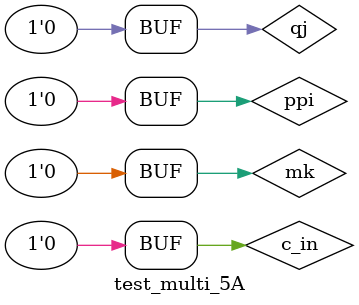
<source format=v>
`timescale 1ns / 1ps


module test_multi_5A();

	// Inputs
	reg mk;
	reg qj;
	reg c_in;
	reg ppi;

	// Outputs
	wire c_out;
	wire sum;
	wire mk_out;
	wire qj_out;

	// Instantiate the Unit Under Test (UUT)
	multi_5A uut (
		.c_out(c_out), 
		.sum(sum), 
		.mk_out(mk_out), 
		.qj_out(qj_out), 
		.mk(mk), 
		.qj(qj), 
		.c_in(c_in), 
		.ppi(ppi)
	);

	initial begin
		
		#10 mk = 0; qj = 0; c_in =0; ppi = 0;
		#10 ppi = 1;
		#10 qj = 1;	
		#10 c_in = 1;
		#10 mk = 1;
		#10 ppi = 0;
		#10 qj = 0;
		#10 c_in = 0;
		#10 mk = 0;
	end
      
endmodule


</source>
